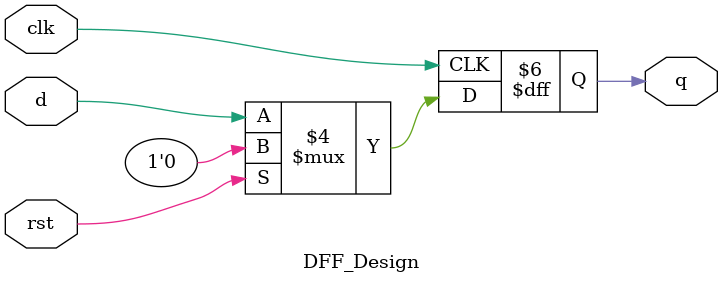
<source format=v>
`timescale 1ns / 1ps

module DFF_Design (d, clk, rst, q);
  
  input d, clk, rst;
  output reg q;
  
  always @(posedge clk)
    begin
      if(rst == 1'b1)	q <= 0;
      else
        begin
          q <= d;
        end
    end
  
endmodule

</source>
